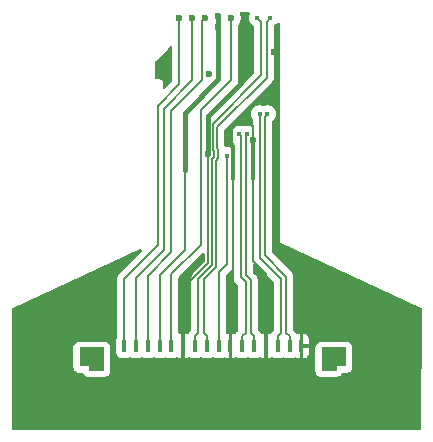
<source format=gbr>
%TF.GenerationSoftware,KiCad,Pcbnew,9.0.2*%
%TF.CreationDate,2025-07-29T12:02:09+08:00*%
%TF.ProjectId,MicroSD Express to FPC,4d696372-6f53-4442-9045-787072657373,rev?*%
%TF.SameCoordinates,Original*%
%TF.FileFunction,Copper,L2,Bot*%
%TF.FilePolarity,Positive*%
%FSLAX46Y46*%
G04 Gerber Fmt 4.6, Leading zero omitted, Abs format (unit mm)*
G04 Created by KiCad (PCBNEW 9.0.2) date 2025-07-29 12:02:09*
%MOMM*%
%LPD*%
G01*
G04 APERTURE LIST*
G04 Aperture macros list*
%AMFreePoly0*
4,1,17,1.053536,0.978536,1.055000,0.975000,1.055000,-0.975000,1.053536,-0.978536,1.050000,-0.980000,-1.050000,-0.980000,-1.053536,-0.978536,-1.055000,-0.975000,-1.055000,0.625000,-1.053536,0.628536,-1.050000,0.630000,-0.255000,0.630000,-0.255000,0.975000,-0.253536,0.978536,-0.250000,0.980000,1.050000,0.980000,1.053536,0.978536,1.053536,0.978536,$1*%
%AMFreePoly1*
4,1,17,0.253536,0.978536,0.255000,0.975000,0.255000,0.630000,1.050000,0.630000,1.053536,0.628536,1.055000,0.625000,1.055000,-0.975000,1.053536,-0.978536,1.050000,-0.980000,-1.050000,-0.980000,-1.053536,-0.978536,-1.055000,-0.975000,-1.055000,0.975000,-1.053536,0.978536,-1.050000,0.980000,0.250000,0.980000,0.253536,0.978536,0.253536,0.978536,$1*%
G04 Aperture macros list end*
%TA.AperFunction,SMDPad,CuDef*%
%ADD10FreePoly0,180.000000*%
%TD*%
%TA.AperFunction,SMDPad,CuDef*%
%ADD11FreePoly1,180.000000*%
%TD*%
%TA.AperFunction,SMDPad,CuDef*%
%ADD12R,0.300000X1.100000*%
%TD*%
%TA.AperFunction,ViaPad*%
%ADD13C,0.600000*%
%TD*%
%TA.AperFunction,ViaPad*%
%ADD14C,0.450000*%
%TD*%
%TA.AperFunction,Conductor*%
%ADD15C,0.200000*%
%TD*%
%TA.AperFunction,Conductor*%
%ADD16C,0.205232*%
%TD*%
%TA.AperFunction,Conductor*%
%ADD17C,0.400000*%
%TD*%
%TA.AperFunction,Conductor*%
%ADD18C,0.300000*%
%TD*%
G04 APERTURE END LIST*
D10*
%TO.P,J3,S1*%
%TO.N,N/C*%
X150830000Y-109430000D03*
D11*
%TO.P,J3,S2*%
X130330000Y-109430000D03*
D12*
%TO.P,J3,1,1*%
%TO.N,GND*%
X148080000Y-108305000D03*
%TO.P,J3,2,2*%
%TO.N,/RX+*%
X147080000Y-108305000D03*
%TO.P,J3,3,3*%
%TO.N,/RX-*%
X146080000Y-108305000D03*
%TO.P,J3,4,4*%
%TO.N,GND*%
X145080000Y-108305000D03*
%TO.P,J3,5,5*%
%TO.N,/TX-*%
X144080000Y-108305000D03*
%TO.P,J3,6,6*%
%TO.N,/TX+*%
X143080000Y-108305000D03*
%TO.P,J3,7,7*%
%TO.N,GND*%
X142080000Y-108305000D03*
%TO.P,J3,8,8*%
%TO.N,/1V8*%
X141080000Y-108305000D03*
%TO.P,J3,9,9*%
%TO.N,/REFCLK-*%
X140080000Y-108305000D03*
%TO.P,J3,10,10*%
%TO.N,/REFCLK+*%
X139080000Y-108305000D03*
%TO.P,J3,11,11*%
%TO.N,GND*%
X138080000Y-108305000D03*
%TO.P,J3,12,12*%
%TO.N,/CLK*%
X137080000Y-108305000D03*
%TO.P,J3,13,13*%
%TO.N,/3V3*%
X136080000Y-108305000D03*
%TO.P,J3,14,14*%
%TO.N,/CMD*%
X135080000Y-108305000D03*
%TO.P,J3,15,15*%
%TO.N,/PERST*%
X134080000Y-108305000D03*
%TO.P,J3,16,16*%
%TO.N,/CLKREQ*%
X133080000Y-108305000D03*
%TD*%
D13*
%TO.N,GND*%
X140270000Y-85250000D03*
D14*
%TO.N,/TX+*%
X142833400Y-90380000D03*
%TO.N,/TX-*%
X143486600Y-90380000D03*
D13*
%TO.N,/3V3*%
X141060000Y-81260000D03*
X141060000Y-80360000D03*
%TO.N,/PERST*%
X138860000Y-80510000D03*
%TO.N,/CLKREQ*%
X137760000Y-80510000D03*
%TO.N,/CMD*%
X139960000Y-80510000D03*
D14*
%TO.N,/RX+*%
X145203200Y-88640000D03*
D13*
%TO.N,/CLK*%
X142160000Y-80510000D03*
D14*
%TO.N,/1V8*%
X141785000Y-92190000D03*
D13*
%TO.N,GND*%
X136810000Y-83960000D03*
D14*
X142100000Y-91120000D03*
X145940000Y-89430000D03*
X143460000Y-88590000D03*
D13*
X136110000Y-85060000D03*
D14*
X145810000Y-86960000D03*
D13*
X143000000Y-83405000D03*
X144002007Y-90853667D03*
X143260000Y-80360000D03*
X145730000Y-83405000D03*
D14*
X145970000Y-91900000D03*
D13*
X140150000Y-92050000D03*
D14*
%TO.N,/RX-*%
X144550000Y-88640000D03*
%TO.N,/REFCLK+*%
X144360000Y-80510000D03*
%TO.N,/REFCLK-*%
X145460000Y-80510000D03*
%TD*%
D15*
%TO.N,/TX-*%
X143385001Y-90481599D02*
X143486600Y-90380000D01*
X143385001Y-102316803D02*
X143385001Y-90481599D01*
X143805000Y-102736802D02*
X143385001Y-102316803D01*
X143805000Y-107204999D02*
X143805000Y-102736802D01*
X144080000Y-107479999D02*
X143805000Y-107204999D01*
X144080000Y-108305000D02*
X144080000Y-107479999D01*
%TO.N,/TX+*%
X142934999Y-90481599D02*
X142833400Y-90380000D01*
X142934999Y-102503197D02*
X142934999Y-90481599D01*
X143355000Y-102923198D02*
X142934999Y-102503197D01*
X143355000Y-107204999D02*
X143355000Y-102923198D01*
X143080000Y-107479999D02*
X143355000Y-107204999D01*
X143080000Y-108305000D02*
X143080000Y-107479999D01*
D16*
%TO.N,/TX-*%
X143486600Y-90380000D02*
X143387616Y-90478984D01*
%TO.N,/TX+*%
X142833400Y-90380000D02*
X142932384Y-90478984D01*
D15*
%TO.N,/1V8*%
X141785000Y-101365000D02*
X141785000Y-92190000D01*
X141080000Y-102070000D02*
X141785000Y-101365000D01*
X141080000Y-108305000D02*
X141080000Y-102070000D01*
%TO.N,/REFCLK+*%
X140601000Y-89480802D02*
X144684999Y-85396803D01*
X140701000Y-92278232D02*
X140701000Y-91821768D01*
X144684999Y-85396803D02*
X144684999Y-80834999D01*
X140501000Y-92478232D02*
X140701000Y-92278232D01*
X140501000Y-101445388D02*
X140501000Y-92478232D01*
X139355000Y-102591388D02*
X140501000Y-101445388D01*
X139355000Y-107204999D02*
X139355000Y-102591388D01*
X139080000Y-107479999D02*
X139355000Y-107204999D01*
X139080000Y-108305000D02*
X139080000Y-107479999D01*
%TO.N,/REFCLK-*%
X145135001Y-85583197D02*
X145135001Y-80834999D01*
X140952000Y-89766198D02*
X145135001Y-85583197D01*
X140952000Y-91576380D02*
X140952000Y-89766198D01*
X140852000Y-92623621D02*
X141052000Y-92423620D01*
X141052000Y-92423620D02*
X141052000Y-91676380D01*
X145135001Y-80834999D02*
X145460000Y-80510000D01*
%TO.N,/REFCLK+*%
X144684999Y-80834999D02*
X144360000Y-80510000D01*
%TO.N,/REFCLK-*%
X140852000Y-101590776D02*
X140852000Y-92623621D01*
%TO.N,/REFCLK+*%
X140701000Y-91821768D02*
X140601000Y-91721768D01*
%TO.N,/REFCLK-*%
X139805000Y-107204999D02*
X139805000Y-102637776D01*
X139805000Y-102637776D02*
X140852000Y-101590776D01*
X140080000Y-108305000D02*
X140080000Y-107479999D01*
%TO.N,/REFCLK+*%
X140601000Y-91721768D02*
X140601000Y-89480802D01*
%TO.N,/REFCLK-*%
X140080000Y-107479999D02*
X139805000Y-107204999D01*
X141052000Y-91676380D02*
X140952000Y-91576380D01*
%TO.N,GND*%
X142080000Y-105700000D02*
X142080000Y-108305000D01*
X142310000Y-94210000D02*
X142310000Y-105470000D01*
X142335000Y-94185000D02*
X142310000Y-94210000D01*
X142310000Y-105470000D02*
X142080000Y-105700000D01*
%TO.N,/CLK*%
X139585000Y-99715000D02*
X137080000Y-102220000D01*
X137080000Y-102220000D02*
X137080000Y-108305000D01*
X139585000Y-88335000D02*
X139585000Y-99715000D01*
X142160000Y-85760000D02*
X139585000Y-88335000D01*
X142160000Y-80510000D02*
X142160000Y-85760000D01*
%TO.N,/3V3*%
X136080000Y-102290000D02*
X138210000Y-100160000D01*
X136080000Y-108305000D02*
X136080000Y-102290000D01*
%TO.N,GND*%
X138080000Y-103370000D02*
X138080000Y-108305000D01*
X140150000Y-101300000D02*
X138080000Y-103370000D01*
X145080000Y-102180000D02*
X143985000Y-101085000D01*
X145080000Y-108305000D02*
X145080000Y-102180000D01*
X148080000Y-101880000D02*
X148080000Y-108305000D01*
X145710000Y-99510000D02*
X148080000Y-101880000D01*
%TO.N,/CMD*%
X135080000Y-102340000D02*
X135080000Y-108305000D01*
X137060000Y-100360000D02*
X135080000Y-102340000D01*
%TO.N,/PERST*%
X134080000Y-102540000D02*
X134080000Y-108305000D01*
X136460000Y-100160000D02*
X134080000Y-102540000D01*
%TO.N,/CLKREQ*%
X133080000Y-102640000D02*
X133080000Y-108305000D01*
X135960000Y-99760000D02*
X133080000Y-102640000D01*
D17*
%TO.N,/3V3*%
X138210000Y-88540000D02*
X138210000Y-93440000D01*
X141060000Y-85690000D02*
X138210000Y-88540000D01*
X141060000Y-80360000D02*
X141060000Y-85690000D01*
D15*
X138210000Y-93440000D02*
X138210000Y-100160000D01*
%TO.N,/PERST*%
X136460000Y-88210000D02*
X136460000Y-100160000D01*
X138860000Y-80510000D02*
X138860000Y-85810000D01*
X138860000Y-85810000D02*
X136460000Y-88210000D01*
%TO.N,/CMD*%
X139690000Y-80780000D02*
X139960000Y-80510000D01*
X137060000Y-100360000D02*
X137060000Y-88440000D01*
X139690000Y-85810000D02*
X139690000Y-80780000D01*
X137060000Y-88440000D02*
X139690000Y-85810000D01*
%TO.N,GND*%
X143370000Y-88590000D02*
X143460000Y-88590000D01*
X144002007Y-90853667D02*
X143990000Y-90841660D01*
X143985000Y-94185000D02*
X143985000Y-101085000D01*
D17*
X143000000Y-86010000D02*
X140150000Y-88860000D01*
D18*
X143990000Y-90865674D02*
X143990000Y-92280000D01*
X142335000Y-94185000D02*
X142335000Y-91355000D01*
D15*
X143990000Y-89680000D02*
X143460000Y-89150000D01*
D17*
X140150000Y-88860000D02*
X140150000Y-92050000D01*
D18*
X144002007Y-90853667D02*
X143990000Y-90865674D01*
D17*
X143260000Y-80360000D02*
X143260000Y-81740000D01*
D15*
X145710000Y-99510000D02*
X145710000Y-92100000D01*
X143460000Y-89150000D02*
X143460000Y-88590000D01*
D18*
X143985000Y-92285000D02*
X143985000Y-94185000D01*
X143990000Y-92280000D02*
X143985000Y-92285000D01*
D15*
X143330000Y-88630000D02*
X143370000Y-88590000D01*
D18*
X142335000Y-91355000D02*
X142100000Y-91120000D01*
D17*
X143000000Y-82000000D02*
X143000000Y-83405000D01*
D15*
X143990000Y-90841660D02*
X143990000Y-89680000D01*
D18*
X140135000Y-92065000D02*
X140150000Y-92050000D01*
X142100000Y-91120000D02*
X142100000Y-89950000D01*
D15*
X145910000Y-91900000D02*
X145970000Y-91900000D01*
D18*
X142100000Y-89950000D02*
X143460000Y-88590000D01*
D17*
X143260000Y-81740000D02*
X143000000Y-82000000D01*
X143000000Y-83405000D02*
X143000000Y-86010000D01*
D15*
X140150000Y-101300000D02*
X140150000Y-92050000D01*
%TO.N,/CLKREQ*%
X137760000Y-86150000D02*
X135960000Y-87950000D01*
X137760000Y-80510000D02*
X137760000Y-86150000D01*
X135960000Y-87950000D02*
X135960000Y-99760000D01*
%TO.N,/RX-*%
X146080000Y-107479999D02*
X146080000Y-108305000D01*
X146355000Y-107204999D02*
X146080000Y-107479999D01*
X146355000Y-102623198D02*
X146355000Y-107204999D01*
X144550000Y-100818198D02*
X146355000Y-102623198D01*
X144550000Y-91084906D02*
X144550000Y-100818198D01*
X144553007Y-91081899D02*
X144550000Y-91084906D01*
X144553007Y-90625435D02*
X144553007Y-91081899D01*
X144550000Y-90622428D02*
X144553007Y-90625435D01*
X144550000Y-88640000D02*
X144550000Y-90622428D01*
%TO.N,/RX+*%
X146805000Y-107204999D02*
X147080000Y-107479999D01*
X146805000Y-102436802D02*
X146805000Y-107204999D01*
X145000001Y-100631803D02*
X146805000Y-102436802D01*
X147080000Y-107479999D02*
X147080000Y-108305000D01*
X145000001Y-88898520D02*
X145000001Y-100631803D01*
X145051000Y-88847521D02*
X145000001Y-88898520D01*
X145051000Y-88792200D02*
X145051000Y-88847521D01*
X145203200Y-88640000D02*
X145051000Y-88792200D01*
%TD*%
%TA.AperFunction,Conductor*%
%TO.N,GND*%
G36*
X146218361Y-80935851D02*
G01*
X146255081Y-80995294D01*
X146259500Y-81028101D01*
X146259500Y-99409785D01*
X146259410Y-99414511D01*
X146258125Y-99448194D01*
X146259109Y-99454368D01*
X146259110Y-99454370D01*
X146259253Y-99455271D01*
X146259500Y-99455867D01*
X146272405Y-99487024D01*
X146274115Y-99491387D01*
X146285815Y-99522993D01*
X146289074Y-99528298D01*
X146289569Y-99529104D01*
X146313833Y-99553368D01*
X146317112Y-99556774D01*
X146340027Y-99581507D01*
X146340029Y-99581507D01*
X146345083Y-99585171D01*
X146345084Y-99585172D01*
X146345836Y-99585717D01*
X146377546Y-99598851D01*
X146381879Y-99600743D01*
X158226116Y-105044778D01*
X158278809Y-105090661D01*
X158298330Y-105157748D01*
X158298328Y-105158142D01*
X158241314Y-115316196D01*
X158221254Y-115383124D01*
X158168194Y-115428582D01*
X158117316Y-115439500D01*
X123666403Y-115439500D01*
X123599364Y-115419815D01*
X123553609Y-115367011D01*
X123542405Y-115314775D01*
X123568327Y-110882018D01*
X123582520Y-108455000D01*
X128764500Y-108455000D01*
X128764500Y-110055002D01*
X128767397Y-110109043D01*
X128802978Y-110248444D01*
X128802981Y-110248452D01*
X128805909Y-110255521D01*
X128805911Y-110255526D01*
X128857695Y-110350362D01*
X128955740Y-110455672D01*
X128955740Y-110455673D01*
X129079474Y-110529089D01*
X129081545Y-110529947D01*
X129086548Y-110532019D01*
X129137584Y-110550024D01*
X129280000Y-110570500D01*
X129513213Y-110570500D01*
X129580252Y-110590185D01*
X129622045Y-110635073D01*
X129657697Y-110700364D01*
X129755739Y-110805671D01*
X129755740Y-110805672D01*
X129755740Y-110805673D01*
X129879474Y-110879089D01*
X129881545Y-110879947D01*
X129886548Y-110882019D01*
X129937584Y-110900024D01*
X130080000Y-110920500D01*
X130080003Y-110920500D01*
X131380002Y-110920500D01*
X131385796Y-110920189D01*
X131434041Y-110917603D01*
X131573452Y-110882019D01*
X131580523Y-110879090D01*
X131675364Y-110827303D01*
X131780671Y-110729261D01*
X131780672Y-110729259D01*
X131780673Y-110729259D01*
X131854089Y-110605525D01*
X131854091Y-110605521D01*
X131857019Y-110598452D01*
X131875024Y-110547416D01*
X131895500Y-110405000D01*
X131895500Y-108455000D01*
X131892603Y-108400959D01*
X131857019Y-108261548D01*
X131854090Y-108254477D01*
X131802303Y-108159636D01*
X131775400Y-108130740D01*
X131704259Y-108054327D01*
X131704259Y-108054326D01*
X131580525Y-107980910D01*
X131573452Y-107977981D01*
X131573431Y-107977973D01*
X131522417Y-107959976D01*
X131474944Y-107953150D01*
X131380000Y-107939500D01*
X129280000Y-107939500D01*
X129279998Y-107939500D01*
X129225956Y-107942397D01*
X129086555Y-107977978D01*
X129086547Y-107977981D01*
X129079478Y-107980909D01*
X129079473Y-107980911D01*
X128984637Y-108032695D01*
X128879327Y-108130740D01*
X128879326Y-108130740D01*
X128805910Y-108254474D01*
X128802981Y-108261547D01*
X128802973Y-108261568D01*
X128784976Y-108312582D01*
X128764500Y-108455000D01*
X123582520Y-108455000D01*
X123601800Y-105157938D01*
X123621876Y-105091019D01*
X123674071Y-105045972D01*
X134414568Y-100116414D01*
X134483704Y-100106341D01*
X134547315Y-100135246D01*
X134585200Y-100193953D01*
X134585332Y-100263822D01*
X134553970Y-100316793D01*
X132711286Y-102159478D01*
X132599481Y-102271282D01*
X132599475Y-102271290D01*
X132549562Y-102357744D01*
X132549562Y-102357745D01*
X132520423Y-102408215D01*
X132479499Y-102560943D01*
X132479499Y-102560945D01*
X132479499Y-102729046D01*
X132479500Y-102729059D01*
X132479500Y-107508271D01*
X132471682Y-107551604D01*
X132435908Y-107647517D01*
X132429501Y-107707116D01*
X132429500Y-107707135D01*
X132429500Y-108902870D01*
X132429501Y-108902876D01*
X132435908Y-108962483D01*
X132486202Y-109097328D01*
X132486206Y-109097335D01*
X132572452Y-109212544D01*
X132572455Y-109212547D01*
X132687664Y-109298793D01*
X132687671Y-109298797D01*
X132732618Y-109315561D01*
X132822517Y-109349091D01*
X132882127Y-109355500D01*
X133277872Y-109355499D01*
X133337483Y-109349091D01*
X133338810Y-109348596D01*
X133472329Y-109298797D01*
X133472329Y-109298796D01*
X133472331Y-109298796D01*
X133505689Y-109273823D01*
X133571151Y-109249406D01*
X133639425Y-109264257D01*
X133654305Y-109273820D01*
X133687669Y-109298796D01*
X133687670Y-109298796D01*
X133687670Y-109298797D01*
X133762155Y-109326577D01*
X133822517Y-109349091D01*
X133882127Y-109355500D01*
X134277872Y-109355499D01*
X134337483Y-109349091D01*
X134338810Y-109348596D01*
X134472329Y-109298797D01*
X134472329Y-109298796D01*
X134472331Y-109298796D01*
X134505689Y-109273823D01*
X134571151Y-109249406D01*
X134639425Y-109264257D01*
X134654305Y-109273820D01*
X134687669Y-109298796D01*
X134687670Y-109298796D01*
X134687670Y-109298797D01*
X134762155Y-109326577D01*
X134822517Y-109349091D01*
X134882127Y-109355500D01*
X135277872Y-109355499D01*
X135337483Y-109349091D01*
X135338810Y-109348596D01*
X135472329Y-109298797D01*
X135472329Y-109298796D01*
X135472331Y-109298796D01*
X135505689Y-109273823D01*
X135571151Y-109249406D01*
X135639425Y-109264257D01*
X135654305Y-109273820D01*
X135687669Y-109298796D01*
X135687670Y-109298796D01*
X135687670Y-109298797D01*
X135762155Y-109326577D01*
X135822517Y-109349091D01*
X135882127Y-109355500D01*
X136277872Y-109355499D01*
X136337483Y-109349091D01*
X136338810Y-109348596D01*
X136472329Y-109298797D01*
X136472329Y-109298796D01*
X136472331Y-109298796D01*
X136505689Y-109273823D01*
X136571151Y-109249406D01*
X136639425Y-109264257D01*
X136654305Y-109273820D01*
X136687669Y-109298796D01*
X136687670Y-109298796D01*
X136687670Y-109298797D01*
X136762155Y-109326577D01*
X136822517Y-109349091D01*
X136882127Y-109355500D01*
X137277872Y-109355499D01*
X137337483Y-109349091D01*
X137338810Y-109348596D01*
X137472329Y-109298797D01*
X137472329Y-109298796D01*
X137472331Y-109298796D01*
X137506106Y-109273511D01*
X137571566Y-109249094D01*
X137639840Y-109263944D01*
X137654728Y-109273512D01*
X137687910Y-109298352D01*
X137687913Y-109298354D01*
X137822620Y-109348596D01*
X137822627Y-109348598D01*
X137882155Y-109354999D01*
X137882172Y-109355000D01*
X137930000Y-109355000D01*
X137930000Y-107255000D01*
X137882155Y-107255000D01*
X137817756Y-107261925D01*
X137748996Y-107249520D01*
X137697859Y-107201910D01*
X137680500Y-107138636D01*
X137680500Y-102520097D01*
X137700185Y-102453058D01*
X137716819Y-102432416D01*
X139688819Y-100460416D01*
X139750142Y-100426931D01*
X139819834Y-100431915D01*
X139875767Y-100473787D01*
X139900184Y-100539251D01*
X139900500Y-100548097D01*
X139900500Y-101145290D01*
X139880815Y-101212329D01*
X139864181Y-101232971D01*
X138874481Y-102222670D01*
X138874479Y-102222673D01*
X138830381Y-102299055D01*
X138830380Y-102299056D01*
X138796496Y-102357744D01*
X138795423Y-102359603D01*
X138754499Y-102512331D01*
X138754499Y-102512333D01*
X138754499Y-102680434D01*
X138754500Y-102680447D01*
X138754500Y-106904901D01*
X138734815Y-106971940D01*
X138718181Y-106992582D01*
X138599481Y-107111281D01*
X138599479Y-107111284D01*
X138583688Y-107138636D01*
X138549360Y-107198094D01*
X138547157Y-107201910D01*
X138534168Y-107224407D01*
X138483599Y-107272621D01*
X138414992Y-107285842D01*
X138383449Y-107278586D01*
X138337379Y-107261403D01*
X138337372Y-107261401D01*
X138277844Y-107255000D01*
X138230000Y-107255000D01*
X138230000Y-109355000D01*
X138277828Y-109355000D01*
X138277844Y-109354999D01*
X138337372Y-109348598D01*
X138337376Y-109348597D01*
X138472090Y-109298351D01*
X138505271Y-109273512D01*
X138570734Y-109249094D01*
X138639008Y-109263945D01*
X138653884Y-109273504D01*
X138687669Y-109298796D01*
X138822517Y-109349091D01*
X138882127Y-109355500D01*
X139277872Y-109355499D01*
X139337483Y-109349091D01*
X139338810Y-109348596D01*
X139472329Y-109298797D01*
X139472329Y-109298796D01*
X139472331Y-109298796D01*
X139505689Y-109273823D01*
X139571151Y-109249406D01*
X139639425Y-109264257D01*
X139654305Y-109273820D01*
X139687669Y-109298796D01*
X139687670Y-109298796D01*
X139687670Y-109298797D01*
X139762155Y-109326577D01*
X139822517Y-109349091D01*
X139882127Y-109355500D01*
X140277872Y-109355499D01*
X140337483Y-109349091D01*
X140338810Y-109348596D01*
X140472329Y-109298797D01*
X140472329Y-109298796D01*
X140472331Y-109298796D01*
X140505689Y-109273823D01*
X140571151Y-109249406D01*
X140639425Y-109264257D01*
X140654305Y-109273820D01*
X140687669Y-109298796D01*
X140687670Y-109298796D01*
X140687670Y-109298797D01*
X140762155Y-109326577D01*
X140822517Y-109349091D01*
X140882127Y-109355500D01*
X141277872Y-109355499D01*
X141337483Y-109349091D01*
X141338810Y-109348596D01*
X141472329Y-109298797D01*
X141472329Y-109298796D01*
X141472331Y-109298796D01*
X141506106Y-109273511D01*
X141571566Y-109249094D01*
X141639840Y-109263944D01*
X141654728Y-109273512D01*
X141687910Y-109298352D01*
X141687913Y-109298354D01*
X141822620Y-109348596D01*
X141822627Y-109348598D01*
X141882155Y-109354999D01*
X141882172Y-109355000D01*
X141930000Y-109355000D01*
X141930000Y-107255000D01*
X141882155Y-107255000D01*
X141817756Y-107261925D01*
X141748996Y-107249520D01*
X141697859Y-107201910D01*
X141680500Y-107138636D01*
X141680500Y-102370097D01*
X141700185Y-102303058D01*
X141716819Y-102282416D01*
X141956171Y-102043064D01*
X142122819Y-101876416D01*
X142184141Y-101842932D01*
X142253833Y-101847916D01*
X142309766Y-101889788D01*
X142334183Y-101955252D01*
X142334499Y-101964098D01*
X142334499Y-102416527D01*
X142334498Y-102416545D01*
X142334498Y-102582251D01*
X142334497Y-102582251D01*
X142334498Y-102582254D01*
X142375422Y-102734982D01*
X142401169Y-102779577D01*
X142454476Y-102871909D01*
X142454480Y-102871914D01*
X142573348Y-102990782D01*
X142573354Y-102990787D01*
X142718181Y-103135614D01*
X142751666Y-103196937D01*
X142754500Y-103223295D01*
X142754500Y-106904901D01*
X142734815Y-106971940D01*
X142718181Y-106992582D01*
X142599481Y-107111281D01*
X142599479Y-107111284D01*
X142583688Y-107138636D01*
X142549360Y-107198094D01*
X142547157Y-107201910D01*
X142534168Y-107224407D01*
X142483599Y-107272621D01*
X142414992Y-107285842D01*
X142383449Y-107278586D01*
X142337379Y-107261403D01*
X142337372Y-107261401D01*
X142277844Y-107255000D01*
X142230000Y-107255000D01*
X142230000Y-109355000D01*
X142277828Y-109355000D01*
X142277844Y-109354999D01*
X142337372Y-109348598D01*
X142337376Y-109348597D01*
X142472090Y-109298351D01*
X142505271Y-109273512D01*
X142570734Y-109249094D01*
X142639008Y-109263945D01*
X142653884Y-109273504D01*
X142687669Y-109298796D01*
X142822517Y-109349091D01*
X142882127Y-109355500D01*
X143277872Y-109355499D01*
X143337483Y-109349091D01*
X143338810Y-109348596D01*
X143472329Y-109298797D01*
X143472329Y-109298796D01*
X143472331Y-109298796D01*
X143505689Y-109273823D01*
X143571151Y-109249406D01*
X143639425Y-109264257D01*
X143654305Y-109273820D01*
X143687669Y-109298796D01*
X143687670Y-109298796D01*
X143687670Y-109298797D01*
X143762155Y-109326577D01*
X143822517Y-109349091D01*
X143882127Y-109355500D01*
X144277872Y-109355499D01*
X144337483Y-109349091D01*
X144338810Y-109348596D01*
X144472329Y-109298797D01*
X144472329Y-109298796D01*
X144472331Y-109298796D01*
X144506106Y-109273511D01*
X144571566Y-109249094D01*
X144639840Y-109263944D01*
X144654728Y-109273512D01*
X144687910Y-109298352D01*
X144687913Y-109298354D01*
X144822620Y-109348596D01*
X144822627Y-109348598D01*
X144882155Y-109354999D01*
X144882172Y-109355000D01*
X144930000Y-109355000D01*
X144930000Y-107255000D01*
X144882155Y-107255000D01*
X144822627Y-107261401D01*
X144822619Y-107261403D01*
X144776550Y-107278586D01*
X144706858Y-107283570D01*
X144645535Y-107250084D01*
X144625830Y-107224403D01*
X144560524Y-107111289D01*
X144560521Y-107111285D01*
X144560520Y-107111283D01*
X144441819Y-106992582D01*
X144408334Y-106931259D01*
X144405500Y-106904901D01*
X144405500Y-102657746D01*
X144405499Y-102657742D01*
X144397953Y-102629577D01*
X144364577Y-102505017D01*
X144317882Y-102424140D01*
X144285520Y-102368086D01*
X144173716Y-102256282D01*
X144173715Y-102256281D01*
X144169385Y-102251951D01*
X144169374Y-102251941D01*
X144021820Y-102104387D01*
X143988335Y-102043064D01*
X143985501Y-102016706D01*
X143985501Y-101402296D01*
X144005186Y-101335257D01*
X144057990Y-101289502D01*
X144127148Y-101279558D01*
X144190704Y-101308583D01*
X144197182Y-101314615D01*
X145718181Y-102835614D01*
X145751666Y-102896937D01*
X145754500Y-102923295D01*
X145754500Y-106904901D01*
X145734815Y-106971940D01*
X145718181Y-106992582D01*
X145599481Y-107111281D01*
X145599479Y-107111284D01*
X145583688Y-107138636D01*
X145549360Y-107198094D01*
X145547157Y-107201910D01*
X145534168Y-107224407D01*
X145483599Y-107272621D01*
X145414992Y-107285842D01*
X145383449Y-107278586D01*
X145337379Y-107261403D01*
X145337372Y-107261401D01*
X145277844Y-107255000D01*
X145230000Y-107255000D01*
X145230000Y-109355000D01*
X145277828Y-109355000D01*
X145277844Y-109354999D01*
X145337372Y-109348598D01*
X145337376Y-109348597D01*
X145472090Y-109298351D01*
X145505271Y-109273512D01*
X145570734Y-109249094D01*
X145639008Y-109263945D01*
X145653884Y-109273504D01*
X145687669Y-109298796D01*
X145822517Y-109349091D01*
X145882127Y-109355500D01*
X146277872Y-109355499D01*
X146337483Y-109349091D01*
X146338810Y-109348596D01*
X146472329Y-109298797D01*
X146472329Y-109298796D01*
X146472331Y-109298796D01*
X146505689Y-109273823D01*
X146571151Y-109249406D01*
X146639425Y-109264257D01*
X146654305Y-109273820D01*
X146687669Y-109298796D01*
X146687670Y-109298796D01*
X146687670Y-109298797D01*
X146762155Y-109326577D01*
X146822517Y-109349091D01*
X146882127Y-109355500D01*
X147277872Y-109355499D01*
X147337483Y-109349091D01*
X147338810Y-109348596D01*
X147472329Y-109298797D01*
X147472329Y-109298796D01*
X147472331Y-109298796D01*
X147506106Y-109273511D01*
X147571566Y-109249094D01*
X147639840Y-109263944D01*
X147654728Y-109273512D01*
X147687910Y-109298352D01*
X147687913Y-109298354D01*
X147822620Y-109348596D01*
X147822627Y-109348598D01*
X147882155Y-109354999D01*
X147882172Y-109355000D01*
X147930000Y-109355000D01*
X148230000Y-109355000D01*
X148277828Y-109355000D01*
X148277844Y-109354999D01*
X148337372Y-109348598D01*
X148337379Y-109348596D01*
X148472086Y-109298354D01*
X148472093Y-109298350D01*
X148587187Y-109212190D01*
X148587190Y-109212187D01*
X148673350Y-109097093D01*
X148673354Y-109097086D01*
X148723596Y-108962379D01*
X148723598Y-108962372D01*
X148729999Y-108902844D01*
X148730000Y-108902827D01*
X148730000Y-108455000D01*
X149264500Y-108455000D01*
X149264500Y-110405002D01*
X149267397Y-110459043D01*
X149302978Y-110598444D01*
X149302981Y-110598452D01*
X149305909Y-110605521D01*
X149305911Y-110605526D01*
X149357695Y-110700362D01*
X149455740Y-110805672D01*
X149455740Y-110805673D01*
X149579474Y-110879089D01*
X149581545Y-110879947D01*
X149586548Y-110882019D01*
X149637584Y-110900024D01*
X149780000Y-110920500D01*
X149780003Y-110920500D01*
X151080002Y-110920500D01*
X151085796Y-110920189D01*
X151134041Y-110917603D01*
X151273452Y-110882019D01*
X151280523Y-110879090D01*
X151375364Y-110827303D01*
X151480671Y-110729261D01*
X151480672Y-110729259D01*
X151480673Y-110729259D01*
X151538840Y-110631226D01*
X151589977Y-110583616D01*
X151645481Y-110570500D01*
X151880002Y-110570500D01*
X151885796Y-110570189D01*
X151934041Y-110567603D01*
X152073452Y-110532019D01*
X152080523Y-110529090D01*
X152175364Y-110477303D01*
X152280671Y-110379261D01*
X152280672Y-110379259D01*
X152280673Y-110379259D01*
X152354089Y-110255525D01*
X152354091Y-110255521D01*
X152357019Y-110248452D01*
X152375024Y-110197416D01*
X152395500Y-110055000D01*
X152395500Y-108455000D01*
X152392603Y-108400959D01*
X152357019Y-108261548D01*
X152354090Y-108254477D01*
X152302303Y-108159636D01*
X152275400Y-108130740D01*
X152204259Y-108054327D01*
X152204259Y-108054326D01*
X152080525Y-107980910D01*
X152073452Y-107977981D01*
X152073431Y-107977973D01*
X152022417Y-107959976D01*
X151974944Y-107953150D01*
X151880000Y-107939500D01*
X149780000Y-107939500D01*
X149779998Y-107939500D01*
X149725956Y-107942397D01*
X149586555Y-107977978D01*
X149586547Y-107977981D01*
X149579478Y-107980909D01*
X149579473Y-107980911D01*
X149484637Y-108032695D01*
X149379327Y-108130740D01*
X149379326Y-108130740D01*
X149305910Y-108254474D01*
X149302981Y-108261547D01*
X149302973Y-108261568D01*
X149284976Y-108312582D01*
X149264500Y-108455000D01*
X148730000Y-108455000D01*
X148230000Y-108455000D01*
X148230000Y-109355000D01*
X147930000Y-109355000D01*
X147930000Y-108155000D01*
X148230000Y-108155000D01*
X148730000Y-108155000D01*
X148730000Y-107707172D01*
X148729999Y-107707155D01*
X148723598Y-107647627D01*
X148723596Y-107647620D01*
X148673354Y-107512913D01*
X148673350Y-107512906D01*
X148587190Y-107397812D01*
X148587187Y-107397809D01*
X148472093Y-107311649D01*
X148472086Y-107311645D01*
X148337379Y-107261403D01*
X148337372Y-107261401D01*
X148277844Y-107255000D01*
X148230000Y-107255000D01*
X148230000Y-108155000D01*
X147930000Y-108155000D01*
X147930000Y-107255000D01*
X147882155Y-107255000D01*
X147822627Y-107261401D01*
X147822619Y-107261403D01*
X147776550Y-107278586D01*
X147706858Y-107283570D01*
X147645535Y-107250084D01*
X147625830Y-107224403D01*
X147560524Y-107111289D01*
X147560521Y-107111285D01*
X147560520Y-107111283D01*
X147441819Y-106992582D01*
X147408334Y-106931259D01*
X147405500Y-106904901D01*
X147405500Y-102357746D01*
X147405500Y-102357744D01*
X147377831Y-102254482D01*
X147364577Y-102205017D01*
X147328585Y-102142678D01*
X147328585Y-102142676D01*
X147285524Y-102068092D01*
X147285521Y-102068088D01*
X147285520Y-102068086D01*
X147173716Y-101956282D01*
X147173715Y-101956281D01*
X147169385Y-101951951D01*
X147169374Y-101951941D01*
X145636820Y-100419387D01*
X145603335Y-100358064D01*
X145600501Y-100331706D01*
X145600501Y-89313361D01*
X145620186Y-89246322D01*
X145655610Y-89210259D01*
X145665679Y-89203532D01*
X145766732Y-89102479D01*
X145846129Y-88983653D01*
X145900819Y-88851620D01*
X145914540Y-88782639D01*
X145928700Y-88711457D01*
X145928700Y-88568542D01*
X145900820Y-88428385D01*
X145900819Y-88428384D01*
X145900819Y-88428380D01*
X145846129Y-88296347D01*
X145846128Y-88296346D01*
X145846125Y-88296340D01*
X145766732Y-88177521D01*
X145766729Y-88177517D01*
X145665682Y-88076470D01*
X145665678Y-88076467D01*
X145546859Y-87997074D01*
X145546850Y-87997069D01*
X145414820Y-87942381D01*
X145414814Y-87942379D01*
X145274657Y-87914500D01*
X145274655Y-87914500D01*
X145131745Y-87914500D01*
X145131743Y-87914500D01*
X144991585Y-87942379D01*
X144991584Y-87942379D01*
X144924052Y-87970352D01*
X144854582Y-87977820D01*
X144829148Y-87970352D01*
X144761615Y-87942379D01*
X144621457Y-87914500D01*
X144621455Y-87914500D01*
X144478545Y-87914500D01*
X144478543Y-87914500D01*
X144338385Y-87942379D01*
X144338379Y-87942381D01*
X144206349Y-87997069D01*
X144206340Y-87997074D01*
X144087521Y-88076467D01*
X144087517Y-88076470D01*
X143986470Y-88177517D01*
X143986467Y-88177521D01*
X143907074Y-88296340D01*
X143907069Y-88296349D01*
X143852381Y-88428379D01*
X143852379Y-88428385D01*
X143824500Y-88568542D01*
X143824500Y-88568545D01*
X143824500Y-88711455D01*
X143824500Y-88711457D01*
X143824499Y-88711457D01*
X143852379Y-88851614D01*
X143852381Y-88851620D01*
X143907071Y-88983653D01*
X143918182Y-89000282D01*
X143928601Y-89015874D01*
X143949480Y-89082551D01*
X143949500Y-89084766D01*
X143949500Y-89600885D01*
X143929815Y-89667924D01*
X143877011Y-89713679D01*
X143807853Y-89723623D01*
X143778048Y-89715446D01*
X143698224Y-89682382D01*
X143698214Y-89682379D01*
X143558057Y-89654500D01*
X143558055Y-89654500D01*
X143415145Y-89654500D01*
X143415143Y-89654500D01*
X143274985Y-89682379D01*
X143274984Y-89682379D01*
X143207452Y-89710352D01*
X143137982Y-89717820D01*
X143112548Y-89710352D01*
X143045015Y-89682379D01*
X142904857Y-89654500D01*
X142904855Y-89654500D01*
X142761945Y-89654500D01*
X142761943Y-89654500D01*
X142621785Y-89682379D01*
X142621779Y-89682381D01*
X142489749Y-89737069D01*
X142489740Y-89737074D01*
X142370921Y-89816467D01*
X142370917Y-89816470D01*
X142269870Y-89917517D01*
X142269867Y-89917521D01*
X142190474Y-90036340D01*
X142190469Y-90036349D01*
X142135781Y-90168379D01*
X142135779Y-90168385D01*
X142107900Y-90308542D01*
X142107900Y-90308545D01*
X142107900Y-90451455D01*
X142107900Y-90451457D01*
X142107899Y-90451457D01*
X142135779Y-90591614D01*
X142135781Y-90591620D01*
X142190469Y-90723650D01*
X142190474Y-90723659D01*
X142269866Y-90842477D01*
X142269867Y-90842478D01*
X142269868Y-90842479D01*
X142298180Y-90870791D01*
X142331665Y-90932112D01*
X142334499Y-90958472D01*
X142334499Y-91452624D01*
X142314814Y-91519663D01*
X142262010Y-91565418D01*
X142192852Y-91575362D01*
X142141611Y-91555728D01*
X142128660Y-91547075D01*
X142128650Y-91547069D01*
X141996620Y-91492381D01*
X141996614Y-91492379D01*
X141856457Y-91464500D01*
X141856455Y-91464500D01*
X141713545Y-91464500D01*
X141713542Y-91464500D01*
X141707500Y-91465095D01*
X141689804Y-91461738D01*
X141671877Y-91463450D01*
X141656192Y-91455363D01*
X141638854Y-91452075D01*
X141625782Y-91439685D01*
X141609775Y-91431432D01*
X141588402Y-91404253D01*
X141588145Y-91404009D01*
X141588064Y-91403870D01*
X141569111Y-91371041D01*
X141552500Y-91309044D01*
X141552500Y-90066295D01*
X141572185Y-89999256D01*
X141588819Y-89978614D01*
X143577426Y-87990007D01*
X145615521Y-85951913D01*
X145694578Y-85814981D01*
X145735502Y-85662254D01*
X145735502Y-85504139D01*
X145735502Y-85496544D01*
X145735501Y-85496526D01*
X145735501Y-81263679D01*
X145755186Y-81196640D01*
X145798702Y-81156487D01*
X145798587Y-81156314D01*
X145799687Y-81155578D01*
X145801056Y-81154316D01*
X145803638Y-81152935D01*
X145803653Y-81152929D01*
X145922479Y-81073532D01*
X146023532Y-80972479D01*
X146032397Y-80959212D01*
X146086008Y-80914406D01*
X146155333Y-80905697D01*
X146218361Y-80935851D01*
G37*
%TD.AperFunction*%
%TA.AperFunction,Conductor*%
G36*
X143667434Y-80019685D02*
G01*
X143713189Y-80072489D01*
X143723133Y-80141647D01*
X143714956Y-80171453D01*
X143662381Y-80298379D01*
X143662379Y-80298385D01*
X143634500Y-80438542D01*
X143634500Y-80438545D01*
X143634500Y-80581455D01*
X143634500Y-80581457D01*
X143634499Y-80581457D01*
X143662379Y-80721614D01*
X143662381Y-80721620D01*
X143717069Y-80853650D01*
X143717074Y-80853659D01*
X143796467Y-80972478D01*
X143796470Y-80972482D01*
X143897520Y-81073532D01*
X143921815Y-81089765D01*
X144016347Y-81152929D01*
X144016357Y-81152933D01*
X144018944Y-81154316D01*
X144020053Y-81155405D01*
X144021413Y-81156314D01*
X144021240Y-81156571D01*
X144068792Y-81203275D01*
X144084499Y-81263679D01*
X144084499Y-85096705D01*
X144064814Y-85163744D01*
X144048180Y-85184386D01*
X140397181Y-88835385D01*
X140377744Y-88845997D01*
X140361011Y-88860498D01*
X140347679Y-88862414D01*
X140335858Y-88868870D01*
X140313771Y-88867290D01*
X140291853Y-88870442D01*
X140279601Y-88864846D01*
X140266166Y-88863886D01*
X140248439Y-88850615D01*
X140228297Y-88841417D01*
X140221014Y-88830085D01*
X140210233Y-88822014D01*
X140202495Y-88801268D01*
X140190523Y-88782639D01*
X140187371Y-88760720D01*
X140185816Y-88756550D01*
X140185500Y-88747704D01*
X140185500Y-88635096D01*
X140205185Y-88568057D01*
X140221814Y-88547420D01*
X142518506Y-86250727D01*
X142518511Y-86250724D01*
X142528714Y-86240520D01*
X142528716Y-86240520D01*
X142640520Y-86128716D01*
X142716391Y-85997303D01*
X142719577Y-85991785D01*
X142760501Y-85839057D01*
X142760501Y-85680943D01*
X142760501Y-85673348D01*
X142760500Y-85673330D01*
X142760500Y-81089765D01*
X142780185Y-81022726D01*
X142781398Y-81020874D01*
X142869390Y-80889185D01*
X142869390Y-80889184D01*
X142869394Y-80889179D01*
X142929737Y-80743497D01*
X142960500Y-80588842D01*
X142960500Y-80431158D01*
X142960500Y-80431155D01*
X142960499Y-80431153D01*
X142959500Y-80426130D01*
X142929737Y-80276503D01*
X142886224Y-80171452D01*
X142878755Y-80101983D01*
X142910030Y-80039504D01*
X142970119Y-80003852D01*
X143000785Y-80000000D01*
X143600395Y-80000000D01*
X143667434Y-80019685D01*
G37*
%TD.AperFunction*%
%TA.AperFunction,Conductor*%
G36*
X137039753Y-82865004D02*
G01*
X137048562Y-82863401D01*
X137073079Y-82873511D01*
X137098776Y-82880071D01*
X137104876Y-82886624D01*
X137113155Y-82890038D01*
X137128317Y-82911802D01*
X137146385Y-82931210D01*
X137148719Y-82941088D01*
X137153093Y-82947367D01*
X137153634Y-82961888D01*
X137159500Y-82986711D01*
X137159500Y-85849903D01*
X137139815Y-85916942D01*
X137123181Y-85937584D01*
X136572181Y-86488584D01*
X136510858Y-86522069D01*
X136441166Y-86517085D01*
X136385233Y-86475213D01*
X136360816Y-86409749D01*
X136360500Y-86400903D01*
X136360500Y-86007275D01*
X136360500Y-86007273D01*
X136333207Y-85905413D01*
X136280480Y-85814087D01*
X136205913Y-85739520D01*
X136114587Y-85686793D01*
X136012727Y-85659500D01*
X136012726Y-85659500D01*
X135784500Y-85659500D01*
X135717461Y-85639815D01*
X135671706Y-85587011D01*
X135660500Y-85535500D01*
X135660500Y-84363819D01*
X135661560Y-84347643D01*
X135665169Y-84320238D01*
X135673543Y-84288985D01*
X135680985Y-84271022D01*
X135697165Y-84242998D01*
X135714052Y-84220992D01*
X135724726Y-84208822D01*
X135733029Y-84200521D01*
X135747130Y-84186421D01*
X135747130Y-84186419D01*
X135764564Y-84168987D01*
X135764568Y-84168980D01*
X136812818Y-83120732D01*
X136812826Y-83120710D01*
X136826428Y-83107110D01*
X136892148Y-83008761D01*
X136924298Y-82931149D01*
X136928759Y-82923605D01*
X136948141Y-82905502D01*
X136964783Y-82884853D01*
X136973277Y-82882025D01*
X136979822Y-82875914D01*
X137005915Y-82871164D01*
X137031078Y-82862790D01*
X137039753Y-82865004D01*
G37*
%TD.AperFunction*%
%TD*%
M02*

</source>
